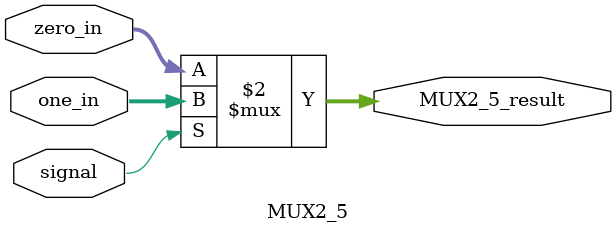
<source format=v>
module MUX2_5(input [4:0]zero_in,one_in,
              input  signal,
              output [4:0] MUX2_5_result);
assign MUX2_5_result = signal==0?zero_in:one_in;

endmodule

</source>
